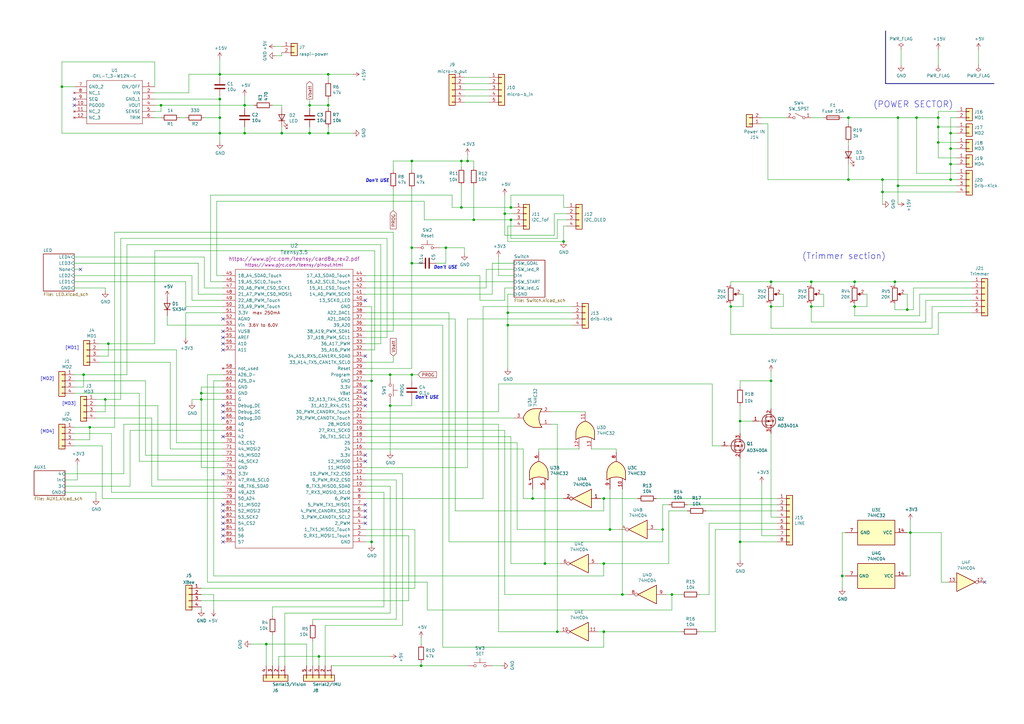
<source format=kicad_sch>
(kicad_sch (version 20211123) (generator eeschema)
  (paper "A3")
  (title_block (title "main board") (date "2022-01-02") (rev "V2.1") (company "Saeki.A"))
  (junction (at 90.17 40.64))
  (junction (at 332.74 125.73))
  (junction (at 43.18 163.83))
  (junction (at 228.6 259.08))
  (junction (at 271.78 217.17))
  (junction (at 372.11 127))
  (junction (at 209.55 90.17))
  (junction (at 361.95 78.74))
  (junction (at 250.19 217.17))
  (junction (at 209.55 85.09))
  (junction (at 389.89 54.61))
  (junction (at 172.72 273.05))
  (junction (at 168.91 107.95))
  (junction (at 82.55 161.29))
  (junction (at 82.55 163.83))
  (junction (at 389.89 67.31))
  (junction (at 168.91 66.04))
  (junction (at 66.04 43.18))
  (junction (at 275.59 243.84))
  (junction (at 247.65 259.08))
  (junction (at 247.65 231.14))
  (junction (at 368.3 76.2))
  (junction (at 134.62 54.61))
  (junction (at 299.72 125.73))
  (junction (at 134.62 43.18))
  (junction (at 134.62 30.48))
  (junction (at 152.4 222.25))
  (junction (at 191.77 66.04))
  (junction (at 303.53 222.25))
  (junction (at 375.92 48.26))
  (junction (at 208.28 133.35))
  (junction (at 332.74 115.57))
  (junction (at 361.95 73.66))
  (junction (at 207.01 87.63))
  (junction (at 115.57 54.61))
  (junction (at 208.28 128.27))
  (junction (at 100.33 54.61))
  (junction (at 255.27 243.84))
  (junction (at 218.44 204.47))
  (junction (at 345.44 236.22))
  (junction (at 373.38 218.44))
  (junction (at 303.53 172.72))
  (junction (at 368.3 48.26))
  (junction (at 316.23 115.57))
  (junction (at 130.81 269.24))
  (junction (at 247.65 204.47))
  (junction (at 231.14 99.06))
  (junction (at 168.91 153.67))
  (junction (at 223.52 231.14))
  (junction (at 389.89 60.96))
  (junction (at 316.23 156.21))
  (junction (at 160.02 153.67))
  (junction (at 34.29 153.67))
  (junction (at 384.81 52.07))
  (junction (at 109.22 264.16))
  (junction (at 44.45 140.97))
  (junction (at 168.91 101.6))
  (junction (at 100.33 43.18))
  (junction (at 367.03 115.57))
  (junction (at 189.23 66.04))
  (junction (at 90.17 30.48))
  (junction (at 350.52 115.57))
  (junction (at 189.23 85.09))
  (junction (at 194.31 90.17))
  (junction (at 152.4 156.21))
  (junction (at 384.81 58.42))
  (junction (at 389.89 73.66))
  (junction (at 127 54.61))
  (junction (at 160.02 166.37))
  (junction (at 90.17 54.61))
  (junction (at 316.23 125.73))
  (junction (at 347.98 73.66))
  (junction (at 384.81 48.26))
  (junction (at 25.4 35.56))
  (junction (at 350.52 125.73))
  (junction (at 347.98 48.26))
  (junction (at 90.17 48.26))
  (junction (at 36.83 175.26))
  (junction (at 182.88 101.6))
  (junction (at 127 43.18))
  (no_connect (at 30.48 40.64))
  (no_connect (at 149.86 158.75))
  (no_connect (at 91.44 212.09))
  (no_connect (at 91.44 166.37))
  (no_connect (at 91.44 140.97))
  (no_connect (at 91.44 209.55))
  (no_connect (at 403.86 238.76))
  (no_connect (at 149.86 207.01))
  (no_connect (at 149.86 163.83))
  (no_connect (at 91.44 171.45))
  (no_connect (at 91.44 214.63))
  (no_connect (at 149.86 123.19))
  (no_connect (at 91.44 222.25))
  (no_connect (at 149.86 166.37))
  (no_connect (at 91.44 207.01))
  (no_connect (at 91.44 138.43))
  (no_connect (at 91.44 130.81))
  (no_connect (at 149.86 161.29))
  (no_connect (at 149.86 146.05))
  (no_connect (at 33.02 110.49))
  (no_connect (at 149.86 186.69))
  (no_connect (at 91.44 217.17))
  (no_connect (at 149.86 189.23))
  (no_connect (at 91.44 168.91))
  (no_connect (at 91.44 135.89))
  (no_connect (at 149.86 212.09))
  (no_connect (at 149.86 214.63))
  (no_connect (at 91.44 179.07))
  (no_connect (at 91.44 194.31))
  (no_connect (at 91.44 143.51))
  (no_connect (at 91.44 219.71))
  (no_connect (at 30.48 43.18))
  (no_connect (at 149.86 209.55))
  (wire (pts (xy 254 217.17) (xy 250.19 217.17)))
  (wire (pts (xy 189.23 68.58) (xy 189.23 66.04)))
  (wire (pts (xy 25.4 35.56) (xy 25.4 54.61)))
  (wire (pts (xy 209.55 97.79) (xy 228.6 97.79)))
  (wire (pts (xy 149.86 115.57) (xy 210.82 115.57)))
  (wire (pts (xy 88.9 113.03) (xy 91.44 113.03)))
  (wire (pts (xy 30.48 115.57) (xy 76.2 115.57)))
  (wire (pts (xy 312.42 198.12) (xy 312.42 219.71)))
  (wire (pts (xy 90.17 24.13) (xy 90.17 30.48)))
  (wire (pts (xy 398.78 118.11) (xy 374.65 118.11)))
  (wire (pts (xy 63.5 48.26) (xy 66.04 48.26)))
  (wire (pts (xy 43.18 163.83) (xy 49.53 163.83)))
  (wire (pts (xy 228.6 259.08) (xy 229.87 259.08)))
  (wire (pts (xy 242.57 184.15) (xy 252.73 184.15)))
  (wire (pts (xy 389.89 60.96) (xy 389.89 67.31)))
  (wire (pts (xy 172.72 271.78) (xy 172.72 273.05)))
  (wire (pts (xy 185.42 80.01) (xy 185.42 85.09)))
  (wire (pts (xy 355.6 120.65) (xy 355.6 125.73)))
  (wire (pts (xy 274.32 209.55) (xy 281.94 209.55)))
  (wire (pts (xy 81.28 107.95) (xy 81.28 120.65)))
  (wire (pts (xy 227.33 87.63) (xy 232.41 87.63)))
  (wire (pts (xy 161.29 95.25) (xy 161.29 135.89)))
  (wire (pts (xy 189.23 66.04) (xy 191.77 66.04)))
  (wire (pts (xy 82.55 163.83) (xy 78.74 163.83)))
  (wire (pts (xy 220.98 184.15) (xy 220.98 185.42)))
  (wire (pts (xy 312.42 50.8) (xy 314.96 50.8)))
  (wire (pts (xy 274.32 209.55) (xy 274.32 231.14)))
  (wire (pts (xy 207.01 118.11) (xy 210.82 118.11)))
  (wire (pts (xy 109.22 273.05) (xy 109.22 264.16)))
  (wire (pts (xy 134.62 30.48) (xy 144.78 30.48)))
  (wire (pts (xy 209.55 231.14) (xy 223.52 231.14)))
  (wire (pts (xy 149.86 181.61) (xy 212.09 181.61)))
  (wire (pts (xy 170.18 217.17) (xy 170.18 241.3)))
  (wire (pts (xy 40.64 140.97) (xy 44.45 140.97)))
  (wire (pts (xy 372.11 218.44) (xy 373.38 218.44)))
  (wire (pts (xy 53.34 176.53) (xy 53.34 199.39)))
  (wire (pts (xy 149.86 179.07) (xy 209.55 179.07)))
  (wire (pts (xy 321.31 120.65) (xy 321.31 125.73)))
  (wire (pts (xy 57.15 189.23) (xy 91.44 189.23)))
  (wire (pts (xy 347.98 73.66) (xy 361.95 73.66)))
  (wire (pts (xy 208.28 128.27) (xy 234.95 128.27)))
  (wire (pts (xy 78.74 163.83) (xy 78.74 165.1)))
  (wire (pts (xy 87.63 243.84) (xy 87.63 250.19)))
  (wire (pts (xy 160.02 251.46) (xy 160.02 199.39)))
  (wire (pts (xy 292.1 182.88) (xy 292.1 157.48)))
  (wire (pts (xy 196.85 113.03) (xy 196.85 123.19)))
  (wire (pts (xy 43.18 163.83) (xy 43.18 168.91)))
  (wire (pts (xy 198.12 204.47) (xy 198.12 125.73)))
  (wire (pts (xy 30.48 156.21) (xy 59.69 156.21)))
  (wire (pts (xy 172.72 273.05) (xy 191.77 273.05)))
  (wire (pts (xy 182.88 107.95) (xy 182.88 101.6)))
  (wire (pts (xy 207.01 123.19) (xy 207.01 118.11)))
  (wire (pts (xy 377.19 120.65) (xy 377.19 129.54)))
  (wire (pts (xy 149.86 168.91) (xy 204.47 168.91)))
  (wire (pts (xy 168.91 166.37) (xy 160.02 166.37)))
  (wire (pts (xy 212.09 181.61) (xy 212.09 217.17)))
  (wire (pts (xy 165.1 256.54) (xy 165.1 194.31)))
  (wire (pts (xy 160.02 153.67) (xy 168.91 153.67)))
  (wire (pts (xy 184.15 222.25) (xy 271.78 222.25)))
  (wire (pts (xy 346.71 236.22) (xy 345.44 236.22)))
  (wire (pts (xy 382.27 125.73) (xy 382.27 134.62)))
  (wire (pts (xy 86.36 115.57) (xy 91.44 115.57)))
  (wire (pts (xy 304.8 125.73) (xy 299.72 125.73)))
  (wire (pts (xy 82.55 191.77) (xy 91.44 191.77)))
  (wire (pts (xy 368.3 83.82) (xy 368.3 76.2)))
  (wire (pts (xy 207.01 96.52) (xy 227.33 96.52)))
  (wire (pts (xy 350.52 129.54) (xy 350.52 125.73)))
  (wire (pts (xy 91.44 128.27) (xy 76.2 128.27)))
  (wire (pts (xy 384.81 52.07) (xy 384.81 58.42)))
  (wire (pts (xy 375.92 48.26) (xy 384.81 48.26)))
  (wire (pts (xy 168.91 153.67) (xy 168.91 156.21)))
  (wire (pts (xy 49.53 97.79) (xy 158.75 97.79)))
  (wire (pts (xy 26.67 196.85) (xy 31.75 196.85)))
  (wire (pts (xy 152.4 156.21) (xy 152.4 125.73)))
  (wire (pts (xy 368.3 48.26) (xy 375.92 48.26)))
  (wire (pts (xy 347.98 58.42) (xy 347.98 59.69)))
  (wire (pts (xy 149.86 118.11) (xy 199.39 118.11)))
  (wire (pts (xy 30.48 107.95) (xy 81.28 107.95)))
  (wire (pts (xy 345.44 236.22) (xy 345.44 241.3)))
  (wire (pts (xy 204.47 113.03) (xy 204.47 105.41)))
  (wire (pts (xy 182.88 101.6) (xy 190.5 101.6)))
  (wire (pts (xy 386.08 238.76) (xy 388.62 238.76)))
  (wire (pts (xy 250.19 200.66) (xy 250.19 217.17)))
  (wire (pts (xy 204.47 157.48) (xy 292.1 157.48)))
  (wire (pts (xy 314.96 50.8) (xy 314.96 73.66)))
  (wire (pts (xy 210.82 120.65) (xy 208.28 120.65)))
  (wire (pts (xy 389.89 73.66) (xy 392.43 73.66)))
  (wire (pts (xy 134.62 52.07) (xy 134.62 54.61)))
  (wire (pts (xy 90.17 48.26) (xy 90.17 54.61)))
  (wire (pts (xy 208.28 128.27) (xy 208.28 133.35)))
  (wire (pts (xy 134.62 30.48) (xy 134.62 33.02)))
  (wire (pts (xy 189.23 85.09) (xy 209.55 85.09)))
  (wire (pts (xy 90.17 54.61) (xy 100.33 54.61)))
  (wire (pts (xy 190.5 39.37) (xy 200.66 39.37)))
  (wire (pts (xy 214.63 184.15) (xy 214.63 204.47)))
  (wire (pts (xy 186.69 209.55) (xy 247.65 209.55)))
  (wire (pts (xy 389.89 67.31) (xy 392.43 67.31)))
  (wire (pts (xy 347.98 48.26) (xy 368.3 48.26)))
  (wire (pts (xy 40.64 146.05) (xy 44.45 146.05)))
  (wire (pts (xy 68.58 129.54) (xy 68.58 133.35)))
  (wire (pts (xy 63.5 102.87) (xy 63.5 140.97)))
  (wire (pts (xy 30.48 113.03) (xy 78.74 113.03)))
  (wire (pts (xy 191.77 63.5) (xy 191.77 66.04)))
  (wire (pts (xy 116.84 273.05) (xy 116.84 251.46)))
  (wire (pts (xy 173.99 90.17) (xy 194.31 90.17)))
  (wire (pts (xy 361.95 78.74) (xy 392.43 78.74)))
  (wire (pts (xy 30.48 175.26) (xy 36.83 175.26)))
  (wire (pts (xy 115.57 21.59) (xy 115.57 22.86)))
  (wire (pts (xy 247.65 265.43) (xy 247.65 259.08)))
  (wire (pts (xy 295.91 182.88) (xy 292.1 182.88)))
  (wire (pts (xy 127 44.45) (xy 127 43.18)))
  (wire (pts (xy 184.15 128.27) (xy 184.15 222.25)))
  (wire (pts (xy 30.48 180.34) (xy 36.83 180.34)))
  (wire (pts (xy 87.63 236.22) (xy 247.65 236.22)))
  (wire (pts (xy 209.55 179.07) (xy 209.55 231.14)))
  (wire (pts (xy 44.45 140.97) (xy 44.45 146.05)))
  (wire (pts (xy 134.62 54.61) (xy 144.78 54.61)))
  (wire (pts (xy 91.44 161.29) (xy 82.55 161.29)))
  (wire (pts (xy 204.47 168.91) (xy 204.47 157.48)))
  (wire (pts (xy 111.76 43.18) (xy 115.57 43.18)))
  (wire (pts (xy 30.48 158.75) (xy 34.29 158.75)))
  (wire (pts (xy 382.27 134.62) (xy 316.23 134.62)))
  (wire (pts (xy 209.55 85.09) (xy 210.82 85.09)))
  (wire (pts (xy 316.23 177.8) (xy 316.23 212.09)))
  (wire (pts (xy 72.39 143.51) (xy 72.39 181.61)))
  (wire (pts (xy 367.03 115.57) (xy 367.03 116.84)))
  (wire (pts (xy 332.74 115.57) (xy 332.74 116.84)))
  (wire (pts (xy 68.58 133.35) (xy 91.44 133.35)))
  (wire (pts (xy 299.72 125.73) (xy 299.72 124.46)))
  (wire (pts (xy 90.17 39.37) (xy 90.17 40.64)))
  (wire (pts (xy 204.47 259.08) (xy 228.6 259.08)))
  (wire (pts (xy 372.11 120.65) (xy 370.84 120.65)))
  (wire (pts (xy 194.31 76.2) (xy 194.31 90.17)))
  (wire (pts (xy 345.44 218.44) (xy 345.44 236.22)))
  (wire (pts (xy 73.66 48.26) (xy 76.2 48.26)))
  (wire (pts (xy 247.65 204.47) (xy 261.62 204.47)))
  (wire (pts (xy 78.74 123.19) (xy 91.44 123.19)))
  (wire (pts (xy 111.76 248.92) (xy 157.48 248.92)))
  (wire (pts (xy 316.23 115.57) (xy 332.74 115.57)))
  (wire (pts (xy 269.24 204.47) (xy 318.77 204.47)))
  (wire (pts (xy 299.72 137.16) (xy 384.81 137.16)))
  (wire (pts (xy 275.59 250.19) (xy 275.59 243.84)))
  (wire (pts (xy 245.11 231.14) (xy 247.65 231.14)))
  (wire (pts (xy 30.48 35.56) (xy 25.4 35.56)))
  (wire (pts (xy 293.37 217.17) (xy 293.37 259.08)))
  (wire (pts (xy 168.91 101.6) (xy 168.91 107.95)))
  (wire (pts (xy 367.03 115.57) (xy 398.78 115.57)))
  (wire (pts (xy 209.55 90.17) (xy 209.55 97.79)))
  (wire (pts (xy 156.21 140.97) (xy 149.86 140.97)))
  (wire (pts (xy 392.43 48.26) (xy 389.89 48.26)))
  (wire (pts (xy 223.52 200.66) (xy 223.52 231.14)))
  (wire (pts (xy 30.48 161.29) (xy 57.15 161.29)))
  (wire (pts (xy 25.4 54.61) (xy 90.17 54.61)))
  (wire (pts (xy 255.27 200.66) (xy 255.27 243.84)))
  (wire (pts (xy 190.5 34.29) (xy 200.66 34.29)))
  (wire (pts (xy 81.28 120.65) (xy 91.44 120.65)))
  (wire (pts (xy 314.96 73.66) (xy 347.98 73.66)))
  (wire (pts (xy 201.93 273.05) (xy 205.74 273.05)))
  (wire (pts (xy 168.91 163.83) (xy 168.91 166.37)))
  (wire (pts (xy 50.8 173.99) (xy 50.8 194.31)))
  (wire (pts (xy 218.44 204.47) (xy 214.63 204.47)))
  (wire (pts (xy 175.26 238.76) (xy 175.26 250.19)))
  (wire (pts (xy 91.44 158.75) (xy 82.55 158.75)))
  (wire (pts (xy 332.74 132.08) (xy 332.74 125.73)))
  (wire (pts (xy 69.85 184.15) (xy 91.44 184.15)))
  (wire (pts (xy 52.07 100.33) (xy 156.21 100.33)))
  (wire (pts (xy 100.33 43.18) (xy 100.33 44.45)))
  (wire (pts (xy 194.31 66.04) (xy 194.31 68.58)))
  (wire (pts (xy 127 54.61) (xy 134.62 54.61)))
  (wire (pts (xy 168.91 69.85) (xy 168.91 66.04)))
  (wire (pts (xy 318.77 214.63) (xy 290.83 214.63)))
  (wire (pts (xy 345.44 48.26) (xy 347.98 48.26)))
  (wire (pts (xy 39.37 163.83) (xy 43.18 163.83)))
  (wire (pts (xy 392.43 58.42) (xy 384.81 58.42)))
  (wire (pts (xy 41.91 204.47) (xy 91.44 204.47)))
  (wire (pts (xy 209.55 80.01) (xy 231.14 80.01)))
  (wire (pts (xy 160.02 153.67) (xy 160.02 154.94)))
  (wire (pts (xy 386.08 218.44) (xy 386.08 238.76)))
  (wire (pts (xy 181.61 133.35) (xy 181.61 265.43)))
  (wire (pts (xy 162.56 254) (xy 162.56 196.85)))
  (wire (pts (xy 88.9 82.55) (xy 88.9 113.03)))
  (wire (pts (xy 30.48 118.11) (xy 43.18 118.11)))
  (wire (pts (xy 384.81 64.77) (xy 384.81 58.42)))
  (wire (pts (xy 303.53 158.75) (xy 303.53 156.21)))
  (wire (pts (xy 90.17 30.48) (xy 134.62 30.48)))
  (wire (pts (xy 368.3 76.2) (xy 392.43 76.2)))
  (bus (pts (xy 363.22 34.29) (xy 407.67 34.29)))
  (wire (pts (xy 59.69 156.21) (xy 59.69 186.69)))
  (wire (pts (xy 86.36 80.01) (xy 185.42 80.01)))
  (wire (pts (xy 91.44 153.67) (xy 85.09 153.67)))
  (wire (pts (xy 350.52 125.73) (xy 350.52 124.46)))
  (wire (pts (xy 43.18 168.91) (xy 39.37 168.91)))
  (wire (pts (xy 384.81 20.32) (xy 384.81 26.67)))
  (wire (pts (xy 76.2 125.73) (xy 91.44 125.73)))
  (wire (pts (xy 82.55 246.38) (xy 167.64 246.38)))
  (wire (pts (xy 234.95 125.73) (xy 198.12 125.73)))
  (wire (pts (xy 231.14 85.09) (xy 232.41 85.09)))
  (wire (pts (xy 153.67 143.51) (xy 149.86 143.51)))
  (wire (pts (xy 290.83 243.84) (xy 287.02 243.84)))
  (wire (pts (xy 355.6 120.65) (xy 354.33 120.65)))
  (wire (pts (xy 318.77 212.09) (xy 316.23 212.09)))
  (wire (pts (xy 91.44 173.99) (xy 50.8 173.99)))
  (wire (pts (xy 134.62 43.18) (xy 134.62 44.45)))
  (wire (pts (xy 115.57 43.18) (xy 115.57 44.45)))
  (wire (pts (xy 160.02 165.1) (xy 160.02 166.37)))
  (wire (pts (xy 30.48 110.49) (xy 33.02 110.49)))
  (wire (pts (xy 207.01 243.84) (xy 255.27 243.84)))
  (wire (pts (xy 50.8 194.31) (xy 26.67 194.31)))
  (wire (pts (xy 63.5 40.64) (xy 90.17 40.64)))
  (wire (pts (xy 152.4 125.73) (xy 149.86 125.73)))
  (wire (pts (xy 39.37 166.37) (xy 64.77 166.37)))
  (wire (pts (xy 332.74 115.57) (xy 350.52 115.57)))
  (wire (pts (xy 384.81 128.27) (xy 384.81 137.16)))
  (wire (pts (xy 130.81 269.24) (xy 130.81 273.05)))
  (wire (pts (xy 168.91 66.04) (xy 189.23 66.04)))
  (wire (pts (xy 87.63 156.21) (xy 87.63 236.22)))
  (wire (pts (xy 149.86 217.17) (xy 170.18 217.17)))
  (wire (pts (xy 127 52.07) (xy 127 54.61)))
  (wire (pts (xy 91.44 156.21) (xy 87.63 156.21)))
  (wire (pts (xy 30.48 153.67) (xy 34.29 153.67)))
  (wire (pts (xy 346.71 218.44) (xy 345.44 218.44)))
  (wire (pts (xy 173.99 90.17) (xy 173.99 82.55)))
  (wire (pts (xy 379.73 132.08) (xy 332.74 132.08)))
  (wire (pts (xy 199.39 110.49) (xy 210.82 110.49)))
  (wire (pts (xy 100.33 54.61) (xy 115.57 54.61)))
  (wire (pts (xy 185.42 85.09) (xy 189.23 85.09)))
  (wire (pts (xy 384.81 52.07) (xy 392.43 52.07)))
  (wire (pts (xy 168.91 153.67) (xy 171.45 153.67)))
  (wire (pts (xy 196.85 123.19) (xy 207.01 123.19)))
  (wire (pts (xy 49.53 163.83) (xy 49.53 97.79)))
  (wire (pts (xy 149.86 204.47) (xy 198.12 204.47)))
  (wire (pts (xy 337.82 120.65) (xy 337.82 125.73)))
  (wire (pts (xy 173.99 82.55) (xy 88.9 82.55)))
  (wire (pts (xy 30.48 182.88) (xy 41.91 182.88)))
  (wire (pts (xy 76.2 115.57) (xy 76.2 125.73)))
  (wire (pts (xy 149.86 173.99) (xy 204.47 173.99)))
  (wire (pts (xy 86.36 80.01) (xy 86.36 115.57)))
  (wire (pts (xy 149.86 120.65) (xy 201.93 120.65)))
  (wire (pts (xy 250.19 217.17) (xy 212.09 217.17)))
  (wire (pts (xy 350.52 115.57) (xy 350.52 116.84)))
  (wire (pts (xy 165.1 194.31) (xy 149.86 194.31)))
  (wire (pts (xy 247.65 231.14) (xy 274.32 231.14)))
  (wire (pts (xy 161.29 69.85) (xy 161.29 66.04)))
  (wire (pts (xy 398.78 125.73) (xy 382.27 125.73)))
  (wire (pts (xy 204.47 173.99) (xy 204.47 259.08)))
  (wire (pts (xy 210.82 92.71) (xy 208.28 92.71)))
  (wire (pts (xy 231.14 99.06) (xy 231.14 92.71)))
  (wire (pts (xy 218.44 200.66) (xy 218.44 204.47)))
  (wire (pts (xy 100.33 39.37) (xy 100.33 43.18)))
  (wire (pts (xy 52.07 153.67) (xy 52.07 100.33)))
  (wire (pts (xy 299.72 115.57) (xy 316.23 115.57)))
  (wire (pts (xy 26.67 201.93) (xy 39.37 201.93)))
  (wire (pts (xy 149.86 156.21) (xy 152.4 156.21)))
  (wire (pts (xy 398.78 128.27) (xy 384.81 128.27)))
  (wire (pts (xy 316.23 152.4) (xy 316.23 156.21)))
  (wire (pts (xy 82.55 158.75) (xy 82.55 161.29)))
  (wire (pts (xy 279.4 259.08) (xy 247.65 259.08)))
  (wire (pts (xy 209.55 90.17) (xy 210.82 90.17)))
  (wire (pts (xy 69.85 148.59) (xy 69.85 184.15)))
  (wire (pts (xy 316.23 125.73) (xy 316.23 124.46)))
  (wire (pts (xy 115.57 52.07) (xy 115.57 54.61)))
  (wire (pts (xy 77.47 30.48) (xy 90.17 30.48)))
  (wire (pts (xy 149.86 148.59) (xy 161.29 148.59)))
  (wire (pts (xy 45.72 201.93) (xy 91.44 201.93)))
  (wire (pts (xy 373.38 218.44) (xy 386.08 218.44)))
  (wire (pts (xy 269.24 217.17) (xy 271.78 217.17)))
  (wire (pts (xy 318.77 217.17) (xy 293.37 217.17)))
  (wire (pts (xy 226.06 168.91) (xy 240.03 168.91)))
  (wire (pts (xy 66.04 43.18) (xy 100.33 43.18)))
  (wire (pts (xy 271.78 217.17) (xy 271.78 207.01)))
  (wire (pts (xy 31.75 196.85) (xy 31.75 190.5)))
  (wire (pts (xy 375.92 71.12) (xy 392.43 71.12)))
  (wire (pts (xy 128.27 273.05) (xy 128.27 262.89)))
  (wire (pts (xy 63.5 45.72) (xy 66.04 45.72)))
  (wire (pts (xy 337.82 120.65) (xy 336.55 120.65)))
  (wire (pts (xy 316.23 115.57) (xy 316.23 116.84)))
  (wire (pts (xy 281.94 207.01) (xy 318.77 207.01)))
  (wire (pts (xy 168.91 107.95) (xy 168.91 151.13)))
  (wire (pts (xy 246.38 204.47) (xy 247.65 204.47)))
  (wire (pts (xy 372.11 127) (xy 367.03 127)))
  (wire (pts (xy 63.5 43.18) (xy 66.04 43.18)))
  (wire (pts (xy 167.64 219.71) (xy 149.86 219.71)))
  (wire (pts (xy 227.33 87.63) (xy 227.33 96.52)))
  (wire (pts (xy 374.65 118.11) (xy 374.65 127)))
  (wire (pts (xy 279.4 243.84) (xy 275.59 243.84)))
  (wire (pts (xy 83.82 105.41) (xy 83.82 118.11)))
  (wire (pts (xy 168.91 101.6) (xy 170.18 101.6)))
  (wire (pts (xy 293.37 259.08) (xy 287.02 259.08)))
  (wire (pts (xy 201.93 120.65) (xy 201.93 107.95)))
  (wire (pts (xy 149.86 184.15) (xy 214.63 184.15)))
  (wire (pts (xy 36.83 175.26) (xy 46.99 175.26)))
  (wire (pts (xy 158.75 138.43) (xy 149.86 138.43)))
  (wire (pts (xy 62.23 171.45) (xy 62.23 199.39)))
  (wire (pts (xy 46.99 175.26) (xy 46.99 95.25)))
  (wire (pts (xy 149.86 133.35) (xy 181.61 133.35)))
  (wire (pts (xy 361.95 73.66) (xy 389.89 73.66)))
  (wire (pts (xy 190.5 31.75) (xy 200.66 31.75)))
  (wire (pts (xy 115.57 19.05) (xy 113.03 19.05)))
  (wire (pts (xy 304.8 120.65) (xy 304.8 125.73)))
  (wire (pts (xy 207.01 80.01) (xy 207.01 87.63)))
  (wire (pts (xy 161.29 148.59) (xy 161.29 146.05)))
  (wire (pts (xy 304.8 120.65) (xy 303.53 120.65)))
  (wire (pts (xy 389.89 67.31) (xy 389.89 73.66)))
  (wire (pts (xy 316.23 156.21) (xy 316.23 167.64)))
  (wire (pts (xy 231.14 204.47) (xy 218.44 204.47)))
  (wire (pts (xy 152.4 222.25) (xy 152.4 223.52)))
  (wire (pts (xy 40.64 143.51) (xy 72.39 143.51)))
  (wire (pts (xy 398.78 123.19) (xy 379.73 123.19)))
  (wire (pts (xy 85.09 238.76) (xy 175.26 238.76)))
  (wire (pts (xy 303.53 187.96) (xy 303.53 222.25)))
  (wire (pts (xy 171.45 107.95) (xy 168.91 107.95)))
  (wire (pts (xy 149.86 128.27) (xy 184.15 128.27)))
  (wire (pts (xy 91.44 163.83) (xy 82.55 163.83)))
  (wire (pts (xy 34.29 158.75) (xy 34.29 153.67)))
  (wire (pts (xy 374.65 127) (xy 372.11 127)))
  (wire (pts (xy 158.75 97.79) (xy 158.75 138.43)))
  (wire (pts (xy 115.57 54.61) (xy 127 54.61)))
  (wire (pts (xy 398.78 120.65) (xy 377.19 120.65)))
  (wire (pts (xy 303.53 222.25) (xy 318.77 222.25)))
  (wire (pts (xy 190.5 36.83) (xy 200.66 36.83)))
  (wire (pts (xy 401.32 20.32) (xy 401.32 26.67)))
  (wire (pts (xy 208.28 99.06) (xy 231.14 99.06)))
  (wire (pts (xy 191.77 130.81) (xy 191.77 191.77)))
  (wire (pts (xy 168.91 66.04) (xy 161.29 66.04)))
  (wire (pts (xy 156.21 100.33) (xy 156.21 140.97)))
  (wire (pts (xy 82.55 250.19) (xy 82.55 248.92)))
  (wire (pts (xy 128.27 255.27) (xy 128.27 254)))
  (wire (pts (xy 30.48 177.8) (xy 45.72 177.8)))
  (wire (pts (xy 53.34 199.39) (xy 26.67 199.39)))
  (wire (pts (xy 30.48 105.41) (xy 83.82 105.41)))
  (wire (pts (xy 76.2 128.27) (xy 76.2 138.43)))
  (wire (pts (xy 64.77 166.37) (xy 64.77 196.85)))
  (wire (pts (xy 153.67 102.87) (xy 153.67 143.51)))
  (wire (pts (xy 134.62 40.64) (xy 134.62 43.18)))
  (wire (pts (xy 229.87 231.14) (xy 223.52 231.14)))
  (wire (pts (xy 303.53 222.25) (xy 303.53 229.87)))
  (wire (pts (xy 303.53 156.21) (xy 316.23 156.21)))
  (wire (pts (xy 373.38 218.44) (xy 373.38 236.22)))
  (wire (pts (xy 82.55 163.83) (xy 82.55 191.77)))
  (wire (pts (xy 303.53 172.72) (xy 308.61 172.72)))
  (wire (pts (xy 355.6 125.73) (xy 350.52 125.73)))
  (wire (pts (xy 64.77 196.85) (xy 91.44 196.85)))
  (wire (pts (xy 208.28 120.65) (xy 208.28 128.27)))
  (wire (pts (xy 347.98 48.26) (xy 347.98 50.8)))
  (wire (pts (xy 25.4 25.4) (xy 25.4 35.56)))
  (wire (pts (xy 255.27 243.84) (xy 257.81 243.84)))
  (wire (pts (xy 161.29 77.47) (xy 161.29 86.36)))
  (wire (pts (xy 162.56 196.85) (xy 149.86 196.85)))
  (wire (pts (xy 368.3 76.2) (xy 368.3 48.26)))
  (wire (pts (xy 152.4 222.25) (xy 152.4 156.21)))
  (wire (pts (xy 63.5 102.87) (xy 153.67 102.87)))
  (wire (pts (xy 392.43 45.72) (xy 384.81 45.72)))
  (wire (pts (xy 208.28 92.71) (xy 208.28 99.06)))
  (wire (pts (xy 46.99 95.25) (xy 161.29 95.25)))
  (wire (pts (xy 179.07 107.95) (xy 182.88 107.95)))
  (wire (pts (xy 228.6 173.99) (xy 228.6 259.08)))
  (wire (pts (xy 39.37 201.93) (xy 39.37 204.47)))
  (wire (pts (xy 45.72 177.8) (xy 45.72 201.93)))
  (wire (pts (xy 190.5 41.91) (xy 200.66 41.91)))
  (wire (pts (xy 379.73 123.19) (xy 379.73 132.08)))
  (wire (pts (xy 100.33 52.07) (xy 100.33 54.61)))
  (wire (pts (xy 312.42 48.26) (xy 322.58 48.26)))
  (wire (pts (xy 172.72 261.62) (xy 172.72 264.16)))
  (wire (pts (xy 303.53 166.37) (xy 303.53 172.72)))
  (bus (pts (xy 363.22 12.7) (xy 363.22 34.29)))
  (wire (pts (xy 90.17 54.61) (xy 90.17 58.42)))
  (wire (pts (xy 209.55 85.09) (xy 209.55 80.01)))
  (wire (pts (xy 85.09 153.67) (xy 85.09 238.76)))
  (wire (pts (xy 149.86 113.03) (xy 196.85 113.03)))
  (wire (pts (xy 201.93 107.95) (xy 210.82 107.95)))
  (wire (pts (xy 157.48 201.93) (xy 149.86 201.93)))
  (wire (pts (xy 34.29 153.67) (xy 52.07 153.67)))
  (wire (pts (xy 127 43.18) (xy 134.62 43.18)))
  (wire (pts (xy 66.04 45.72) (xy 66.04 43.18)))
  (wire (pts (xy 384.81 48.26) (xy 384.81 52.07)))
  (wire (pts (xy 125.73 273.05) (xy 125.73 264.16)))
  (wire (pts (xy 389.89 54.61) (xy 392.43 54.61)))
  (wire (pts (xy 130.81 269.24) (xy 114.3 269.24)))
  (wire (pts (xy 39.37 171.45) (xy 62.23 171.45)))
  (wire (pts (xy 62.23 199.39) (xy 91.44 199.39)))
  (wire (pts (xy 207.01 176.53) (xy 207.01 243.84)))
  (wire (pts (xy 114.3 269.24) (xy 114.3 273.05)))
  (wire (pts (xy 109.22 264.16) (xy 102.87 264.16)))
  (wire (pts (xy 175.26 250.19) (xy 275.59 250.19)))
  (wire (pts (xy 160.02 199.39) (xy 149.86 199.39)))
  (wire (pts (xy 40.64 148.59) (xy 69.85 148.59)))
  (wire (pts (xy 210.82 113.03) (xy 204.47 113.03)))
  (wire (pts (xy 125.73 264.16) (xy 109.22 264.16)))
  (wire (pts (xy 289.56 209.55) (xy 318.77 209.55)))
  (wire (pts (xy 135.89 273.05) (xy 172.72 273.05)))
  (wire (pts (xy 57.15 161.29) (xy 57.15 189.23)))
  (wire (pts (xy 252.73 184.15) (xy 252.73 185.42)))
  (wire (pts (xy 226.06 173.99) (xy 228.6 173.99)))
  (wire (pts (xy 189.23 76.2) (xy 189.23 85.09)))
  (wire (pts (xy 82.55 161.29) (xy 82.55 163.83)))
  (wire (pts (xy 332.74 48.26) (xy 337.82 48.26)))
  (wire (pts (xy 83.82 118.11) (xy 91.44 118.11)))
  (wire (pts (xy 247.65 259.08) (xy 245.11 259.08)))
  (wire (pts (xy 111.76 260.35) (xy 111.76 273.05)))
  (wire (pts (xy 116.84 251.46) (xy 160.02 251.46)))
  (wire (pts (xy 180.34 101.6) (xy 182.88 101.6)))
  (wire (pts (xy 271.78 207.01) (xy 274.32 207.01)))
  (wire (pts (xy 384.81 45.72) (xy 384.81 48.26)))
  (wire (pts (xy 43.18 118.11) (xy 43.18 119.38)))
  (wire (pts (xy 275.59 243.84) (xy 273.05 243.84)))
  (wire (pts (xy 377.19 129.54) (xy 350.52 129.54)))
  (wire (pts (xy 111.76 248.92) (xy 111.76 252.73)))
  (wire (pts (xy 290.83 214.63) (xy 290.83 243.84)))
  (wire (pts (xy 369.57 20.32) (xy 369.57 26.67)))
  (wire (pts (xy 207.01 87.63) (xy 207.01 96.52)))
  (wire (pts (xy 59.69 186.69) (xy 91.44 186.69)))
  (wire (pts (xy 82.55 243.84) (xy 87.63 243.84)))
  (wire (pts (xy 299.72 137.16) (xy 299.72 125.73)))
  (wire (pts (xy 149.86 171.45) (xy 210.82 171.45)))
  (wire (pts (xy 375.92 48.26) (xy 375.92 71.12)))
  (wire (pts (xy 389.89 48.26) (xy 389.89 54.61)))
  (wire (pts (xy 186.69 130.81) (xy 186.69 209.55)))
  (wire (pts (xy 321.31 120.65) (xy 320.04 120.65)))
  (wire (pts (xy 228.6 90.17) (xy 232.41 90.17)))
  (wire (pts (xy 83.82 48.26) (xy 90.17 48.26)))
  (wire (pts (xy 194.31 90.17) (xy 209.55 90.17)))
  (wire (pts (xy 299.72 115.57) (xy 299.72 116.84)))
  (wire (pts (xy 332.74 125.73) (xy 332.74 124.46)))
  (wire (pts (xy 149.86 153.67) (xy 160.02 153.67)))
  (wire (pts (xy 63.5 35.56) (xy 63.5 25.4)))
  (wire (pts (xy 63.5 25.4) (xy 25.4 25.4)))
  (wire (pts (xy 127 40.64) (xy 127 43.18)))
  (wire (pts (xy 72.39 181.61) (xy 91.44 181.61)))
  (wire (pts (xy 347.98 67.31) (xy 347.98 73.66)))
  (wire (pts (xy 115.57 22.86) (xy 113.03 22.86)))
  (wire (pts (xy 130.81 269.24) (xy 160.02 269.24)))
  (wire (pts (xy 191.77 66.04) (xy 194.31 66.04)))
  (wire (pts (xy 373.38 218.44) (xy 373.38 213.36)))
  (wire (pts (xy 128.27 254) (xy 162.56 254)))
  (wire (pts (xy 190.5 101.6) (xy 190.5 104.14)))
  (wire (pts (xy 247.65 209.55) (xy 247.65 204.47)))
  (wire (pts (xy 207.01 87.63) (xy 210.82 87.63)))
  (wire (pts (xy 372.11 120.65) (xy 372.11 127)))
  (wire (pts (xy 208.28 133.35) (xy 208.28 151.13)))
  (wire (pts (xy 350.52 115.57) (xy 367.03 115.57)))
  (wire (pts (xy 231.14 80.01) (xy 231.14 85.09)))
  (wire (pts (xy 208.28 133.35) (xy 234.95 133.35)))
  (wire (pts (xy 160.02 166.37) (xy 160.02 185.42)))
  (wire (pts (xy 373.38 236.22) (xy 372.11 236.22)))
  (wire (pts (xy 63.5 38.1) (xy 77.47 38.1)))
  (wire (pts (xy 303.53 172.72) (xy 303.53 177.8)))
  (wire (pts (xy 149.86 176.53) (xy 207.01 176.53)))
  (wire (pts (xy 337.82 125.73) (xy 332.74 125.73)))
  (wire (pts (xy 149.86 222.25) (xy 152.4 222.25)))
  (wire (pts (xy 36.83 180.34) (xy 36.83 175.26)))
  (wire (pts (xy 167.64 219.71) (xy 167.64 246.38)))
  (wire (pts (xy 133.35 256.54) (xy 165.1 256.54)))
  (wire (pts (xy 312.42 219.71) (xy 318.77 219.71)))
  (wire (pts (xy 361.95 78.74) (xy 361.95 73.66)))
  (wire (pts (xy 168.91 151.13) (xy 149.86 151.13)))
  (wire (pts (xy 228.6 90.17) (xy 228.6 97.79)))
  (wire (pts (xy 41.91 182.88) (xy 41.91 204.47)))
  (wire (pts (xy 133.35 256.54) (xy 133.35 273.05)))
  (wire (pts (xy 82.55 241.3) (xy 170.18 241.3)))
  (wire (pts (xy 389.89 54.61) (xy 389.89 60.96)))
  (wire (pts (xy 91.44 176.53) (xy 53.34 176.53)))
  (wire (pts (xy 389.89 60.96) (xy 392.43 60.96)))
  (wire (pts (xy 161.29 135.89) (xy 149.86 135.89)))
  (wire (pts (xy 237.49 184.15) (xy 220.98 184.15)))
  (wire (pts (xy 231.14 92.71) (xy 232.41 92.71)))
  (wire (pts (xy 90.17 40.64) (xy 90.17 48.26)))
  (wire (pts (xy 316.23 134.62) (xy 316.23 125.73)))
  (wire (pts (xy 247.65 236.22) (xy 247.65 231.14)))
  (wire (pts (xy 100.33 43.18) (xy 104.14 43.18)))
  (wire (pts (xy 157.48 248.92) (xy 157.48 201.93)))
  (wire (pts (xy 63.5 140.97) (xy 44.45 140.97)))
  (wire (pts (xy 199.39 118.11) (xy 199.39 110.49)))
  (wire (pts (xy 321.31 125.73) (xy 316.23 125.73)))
  (wire (pts (xy 392.43 64.77) (xy 384.81 64.77)))
  (wire (pts (xy 271.78 222.25) (xy 271.78 217.17)))
  (wire (pts (xy 361.95 83.82) (xy 361.95 78.74)))
  (wire (pts (xy 234.95 130.81) (xy 191.77 130.81)))
  (wire (pts (xy 149.86 130.81) (xy 186.69 130.81)))
  (wire (pts (xy 90.17 31.75) (xy 90.17 30.48)))
  (wire (pts (xy 77.47 30.48) (xy 77.47 38.1)))
  (wire (pts (xy 181.61 265.43) (xy 247.65 265.43)))
  (wire (pts (xy 367.03 127) (xy 367.03 124.46)))
  (wire (pts (xy 168.91 77.47) (xy 168.91 101.6)))
  (wire (pts (xy 78.74 113.03) (xy 78.74 123.19)))
  (wire (pts (xy 191.77 191.77) (xy 149.86 191.77)))
  (text "(POWER SECTOR)" (at 358.14 44.45 0) (effects (font (size 2.54 2.54)) (justify left bottom)))
  (text "(Trimmer section)" (at 328.93 106.68 0) (effects (font (size 2.54 2.54)) (justify left bottom)))
  (text "Don't USE" (at 170.18 163.83 0) (effects (font (size 1.27 1.27) (thickness 0.254) bold italic) (justify left bottom)))
  (text "[MD3]" (at 25.4 166.37 0) (effects (font (size 1.27 1.27)) (justify left bottom)))
  (text "[MD2]" (at 16.51 156.21 0) (effects (font (size 1.27 1.27)) (justify left bottom)))
  (text "Don't USE" (at 177.8 110.49 0) (effects (font (size 1.27 1.27) (thickness 0.254) bold italic) (justify left bottom)))
  (text "[MD1]" (at 26.67 143.51 0) (effects (font (size 1.27 1.27)) (justify left bottom)))
  (text "Don't USE" (at 149.86 74.93 0) (effects (font (size 1.27 1.27) (thickness 0.254) bold italic) (justify left bottom)))
  (text "[MD4]" (at 16.51 177.8 0) (effects (font (size 1.27 1.27)) (justify left bottom)))
  (global_label "Vbatt" (shape input) (at 161.29 146.05 90) (property "Intersheet References" "${INTERSHEET_REFS}" (effects hide)))
  (global_label "PROG" (shape input) (at 161.29 86.36 270) (property "Intersheet References" "${INTERSHEET_REFS}" (effects hide)))
  (global_label "PROG" (shape input) (at 171.45 153.67 0) (property "Intersheet References" "${INTERSHEET_REFS}" (effects hide)))
  (global_label "Vbatt" (shape output) (at 127 40.64 90) (property "Intersheet References" "${INTERSHEET_REFS}" (effects hide)))
  (symbol (lib_id "0.main.mega:C") (at 90.17 35.56 0) (unit 1)
    (property "Reference" "C1" (at 93.091 34.3916 0) (effects (justify left)))
    (property "Value" "10u" (at 93.091 36.703 0) (effects (justify left)))
    (property "Footprint" "Capacitor_SMD:C_0603_1608Metric_Pad1.08x0.95mm_HandSolder" (effects hide))
  )
  (symbol (lib_id "0.main.mega:C") (at 100.33 48.26 0) (unit 1)
    (property "Reference" "C2" (at 103.251 47.0916 0) (effects (justify left)))
    (property "Value" "10u" (at 103.251 49.403 0) (effects (justify left)))
    (property "Footprint" "Capacitor_SMD:C_0603_1608Metric_Pad1.08x0.95mm_HandSolder" (effects hide))
  )
  (symbol (lib_id "0.main.mega:OKL-T_6-W12N-C") (at 63.5 35.56 0) (mirror y) (unit 1)
    (property "Reference" "U1" (at 46.99 28.829 0))
    (property "Value" "OKL-T_3-W12N-C" (at 46.99 31.1404 0))
    (property "Footprint" "0.main.robot:OKL-T3-W12N-C" (effects hide))
    (property "Description" "MURATA POWER SOLUTIONS - OKL-T/6-W12N-C - DC/DC CONVERTER, 30W, ADJ OUTPUT" (effects hide))
    (property "Manufacturer_Name" "Murata Electronics" (effects hide))
    (property "Manufacturer_Part_Number" "OKL-T/6-W12N-C" (effects hide))
    (property "Mouser Part Number" "580-OKL-T/6-W12N-C" (effects hide))
    (property "Mouser Price/Stock" "https://www.mouser.com/Search/Refine.aspx?Keyword=580-OKL-T%2F6-W12N-C" (effects hide))
    (property "RS Part Number" "1736944P" (effects hide))
    (property "RS Price/Stock" "http://uk.rs-online.com/web/p/products/1736944P" (effects hide))
  )
  (symbol (lib_id "power:+5V") (at 316.23 152.4 0) (unit 1)
    (property "Reference" "#PWR030" (effects hide))
    (property "Value" "+5V" (at 316.611 148.0058 0))
  )
  (symbol (lib_id "power:GND") (at 303.53 229.87 0) (unit 1)
    (property "Reference" "#PWR028" (effects hide))
    (property "Value" "GND" (at 303.657 234.2642 0))
  )
  (symbol (lib_id "0.main.mega:Conn_01x04") (at 215.9 87.63 0) (unit 1)
    (property "Reference" "J11" (at 217.932 87.8332 0) (effects (justify left)))
    (property "Value" "I2C_ToF" (at 217.932 90.1446 0) (effects (justify left)))
    (property "Footprint" "0.main.robot:JSTS4B-ZRLFSN" (effects hide))
  )
  (symbol (lib_id "0.main.mega:R") (at 189.23 72.39 0) (unit 1)
    (property "Reference" "R11" (at 184.15 71.12 0) (effects (justify left)))
    (property "Value" "10k" (at 184.15 73.66 0) (effects (justify left)))
    (property "Footprint" "Resistor_SMD:R_0603_1608Metric_Pad0.98x0.95mm_HandSolder" (effects hide))
  )
  (symbol (lib_id "0.main.mega:R") (at 194.31 72.39 0) (unit 1)
    (property "Reference" "R12" (at 196.088 71.2216 0) (effects (justify left)))
    (property "Value" "10k" (at 196.088 73.533 0) (effects (justify left)))
    (property "Footprint" "Resistor_SMD:R_0603_1608Metric_Pad0.98x0.95mm_HandSolder" (effects hide))
  )
  (symbol (lib_id "power:GND") (at 102.87 264.16 270) (unit 1)
    (property "Reference" "#PWR012" (effects hide))
    (property "Value" "GND" (at 98.4758 264.287 0))
  )
  (symbol (lib_id "power:GND") (at 345.44 241.3 0) (unit 1)
    (property "Reference" "#PWR031" (effects hide))
    (property "Value" "GND" (at 345.567 245.6942 0))
  )
  (symbol (lib_id "Diode:1N4001") (at 68.58 125.73 90) (unit 1)
    (property "Reference" "D1" (at 70.5866 124.5616 90) (effects (justify right)))
    (property "Value" "SX34F" (at 70.5866 126.873 90) (effects (justify right)))
    (property "Footprint" "Diode_SMD:D_SMA" (effects hide))
    (property "Datasheet" "http://www.vishay.com/docs/88503/1n4001.pdf" (effects hide))
  )
  (symbol (lib_id "power:+5V") (at 68.58 121.92 0) (unit 1)
    (property "Reference" "#PWR04" (effects hide))
    (property "Value" "+5V" (at 68.961 117.5258 0))
  )
  (symbol (lib_id "0.main.mega:R") (at 69.85 48.26 270) (unit 1)
    (property "Reference" "R1" (at 69.85 50.8 90))
    (property "Value" "1k" (at 69.85 45.3136 90))
    (property "Footprint" "Resistor_THT:R_Axial_DIN0204_L3.6mm_D1.6mm_P5.08mm_Horizontal" (effects hide))
  )
  (symbol (lib_id "0.main.mega:R") (at 80.01 48.26 270) (unit 1)
    (property "Reference" "R2" (at 80.01 50.8 90))
    (property "Value" "330" (at 80.01 45.3136 90))
    (property "Footprint" "Resistor_THT:R_Axial_DIN0204_L3.6mm_D1.6mm_P5.08mm_Horizontal" (effects hide))
  )
  (symbol (lib_id "power:GND") (at 90.17 58.42 0) (unit 1)
    (property "Reference" "#PWR010" (effects hide))
    (property "Value" "GND" (at 90.297 62.8142 0))
  )
  (symbol (lib_id "0.main.mega:R") (at 107.95 43.18 90) (unit 1)
    (property "Reference" "R3" (at 106.7816 41.402 0) (effects (justify left)))
    (property "Value" "470" (at 109.093 41.402 0) (effects (justify left)))
    (property "Footprint" "Resistor_SMD:R_0603_1608Metric_Pad0.98x0.95mm_HandSolder" (effects hide))
  )
  (symbol (lib_id "power:+5V") (at 100.33 39.37 0) (unit 1)
    (property "Reference" "#PWR011" (effects hide))
    (property "Value" "+5V" (at 100.711 34.9758 0))
  )
  (symbol (lib_id "Connector_Generic:Conn_01x05") (at 130.81 278.13 270) (unit 1)
    (property "Reference" "J8" (at 128.27 283.21 90) (effects (justify left)))
    (property "Value" "Serial2/IMU" (at 128.27 280.67 90) (effects (justify left)))
    (property "Footprint" "Connector_PinSocket_2.54mm:PinSocket_1x05_P2.54mm_Vertical" (effects hide))
  )
  (symbol (lib_id "power:+5V") (at 207.01 80.01 0) (unit 1)
    (property "Reference" "#PWR025" (effects hide))
    (property "Value" "+5V" (at 207.391 75.6158 0))
  )
  (symbol (lib_id "0.main.mega:Conn_01x04") (at 114.3 278.13 270) (unit 1)
    (property "Reference" "J6" (at 111.76 283.21 90) (effects (justify left)))
    (property "Value" "Serial3/Vision" (at 111.76 280.67 90) (effects (justify left)))
    (property "Footprint" "0.main.robot:JSTB4B-ZR" (effects hide))
  )
  (symbol (lib_id "power:+5V") (at 401.32 20.32 0) (unit 1)
    (property "Reference" "#PWR037" (effects hide))
    (property "Value" "+5V" (at 401.701 15.9258 0))
  )
  (symbol (lib_id "power:GND") (at 369.57 26.67 0) (unit 1)
    (property "Reference" "#PWR034" (effects hide))
    (property "Value" "GND" (at 369.697 31.0642 0))
  )
  (symbol (lib_id "power:PWR_FLAG") (at 369.57 20.32 0) (unit 1)
    (property "Reference" "#FLG01" (effects hide))
    (property "Value" "PWR_FLAG" (at 369.57 15.9258 0))
  )
  (symbol (lib_id "power:PWR_FLAG") (at 401.32 26.67 180) (unit 1)
    (property "Reference" "#FLG03" (effects hide))
    (property "Value" "PWR_FLAG" (at 401.32 31.0642 0))
  )
  (symbol (lib_id "74xx:74LS32") (at 218.44 171.45 180) (unit 1)
    (property "Reference" "U3" (at 217.2716 166.878 90) (effects (justify right)))
    (property "Value" "74HC32" (at 219.583 166.878 90) (effects (justify right)))
    (property "Footprint" "0.main.robot:SOP14W" (effects hide))
    (property "Datasheet" "http://www.ti.com/lit/gpn/sn74LS32" (effects hide))
  )
  (symbol (lib_id "74xx:74LS32") (at 220.98 193.04 90) (unit 2)
    (property "Reference" "U3" (at 225.552 191.8716 90) (effects (justify right)))
    (property "Value" "74HC32" (at 225.552 194.183 90) (effects (justify right)))
    (property "Footprint" "0.main.robot:SOP14W" (effects hide))
    (property "Datasheet" "http://www.ti.com/lit/gpn/sn74LS32" (effects hide))
  )
  (symbol (lib_id "74xx:74LS32") (at 252.73 193.04 90) (unit 3)
    (property "Reference" "U3" (at 257.302 191.8716 90) (effects (justify right)))
    (property "Value" "74HC32" (at 257.302 194.183 90) (effects (justify right)))
    (property "Footprint" "0.main.robot:SOP14W" (effects hide))
    (property "Datasheet" "http://www.ti.com/lit/gpn/sn74LS32" (effects hide))
  )
  (symbol (lib_id "0.main.mega:R") (at 134.62 48.26 0) (unit 1)
    (property "Reference" "R7" (at 136.398 47.0916 0) (effects (justify left)))
    (property "Value" "10k" (at 136.398 49.403 0) (effects (justify left)))
    (property "Footprint" "Resistor_SMD:R_0603_1608Metric_Pad0.98x0.95mm_HandSolder" (effects hide))
  )
  (symbol (lib_id "0.main.mega:R") (at 134.62 36.83 0) (unit 1)
    (property "Reference" "R6" (at 136.398 35.6616 0) (effects (justify left)))
    (property "Value" "47k" (at 136.398 37.973 0) (effects (justify left)))
    (property "Footprint" "Resistor_SMD:R_0603_1608Metric_Pad0.98x0.95mm_HandSolder" (effects hide))
  )
  (symbol (lib_id "0.main.mega:C") (at 127 48.26 0) (unit 1)
    (property "Reference" "C3" (at 129.921 47.0916 0) (effects (justify left)))
    (property "Value" "10u" (at 129.921 49.403 0) (effects (justify left)))
    (property "Footprint" "Capacitor_SMD:C_0603_1608Metric_Pad1.08x0.95mm_HandSolder" (effects hide))
  )
  (symbol (lib_id "0.main.mega:Conn_01x04") (at 237.49 87.63 0) (unit 1)
    (property "Reference" "J12" (at 239.522 87.8332 0) (effects (justify left)))
    (property "Value" "I2C_OLED" (at 239.522 90.1446 0) (effects (justify left)))
    (property "Footprint" "0.main.robot:OLED" (effects hide))
  )
  (symbol (lib_id "Switch:SW_Push") (at 175.26 101.6 0) (unit 1)
    (property "Reference" "SW2" (at 175.26 94.361 0))
    (property "Value" "Reset" (at 175.26 96.6724 0))
    (property "Footprint" "0.main.robot:THAU13-AB-R" (effects hide))
  )
  (symbol (lib_id "74xx:74HC04") (at 238.76 204.47 0) (mirror y) (unit 1)
    (property "Reference" "U4" (at 238.76 196.4182 0))
    (property "Value" "74HC04" (at 238.76 198.7296 0))
    (property "Footprint" "0.main.robot:SOP14W" (effects hide))
    (property "Datasheet" "https://assets.nexperia.com/documents/data-sheet/74HC_HCT04.pdf" (effects hide))
  )
  (symbol (lib_id "74xx:74HC04") (at 261.62 217.17 0) (mirror y) (unit 2)
    (property "Reference" "U4" (at 261.62 209.1182 0))
    (property "Value" "74HC04" (at 261.62 211.4296 0))
    (property "Footprint" "0.main.robot:SOP14W" (effects hide))
    (property "Datasheet" "https://assets.nexperia.com/documents/data-sheet/74HC_HCT04.pdf" (effects hide))
  )
  (symbol (lib_id "74xx:74HC04") (at 237.49 231.14 0) (mirror y) (unit 3)
    (property "Reference" "U4" (at 237.49 223.0882 0))
    (property "Value" "74HC04" (at 237.49 225.3996 0))
    (property "Footprint" "0.main.robot:SOP14W" (effects hide))
    (property "Datasheet" "https://assets.nexperia.com/documents/data-sheet/74HC_HCT04.pdf" (effects hide))
  )
  (symbol (lib_id "74xx:74HC04") (at 265.43 243.84 0) (mirror y) (unit 4)
    (property "Reference" "U4" (at 265.43 235.7882 0))
    (property "Value" "74HC04" (at 265.43 238.0996 0))
    (property "Footprint" "0.main.robot:SOP14W" (effects hide))
    (property "Datasheet" "https://assets.nexperia.com/documents/data-sheet/74HC_HCT04.pdf" (effects hide))
  )
  (symbol (lib_id "74xx:74HC04") (at 359.41 236.22 270) (unit 7)
    (property "Reference" "U4" (at 359.41 226.8982 90))
    (property "Value" "74HC04" (at 359.41 229.2096 90))
    (property "Footprint" "0.main.robot:SOP14W" (effects hide))
    (property "Datasheet" "https://assets.nexperia.com/documents/data-sheet/74HC_HCT04.pdf" (effects hide))
  )
  (symbol (lib_id "power:GND") (at 190.5 104.14 0) (unit 1)
    (property "Reference" "#PWR021" (effects hide))
    (property "Value" "GND" (at 190.627 108.5342 0))
  )
  (symbol (lib_id "74xx:74HC04") (at 396.24 238.76 0) (unit 6)
    (property "Reference" "U4" (at 396.24 230.7082 0))
    (property "Value" "74HC04" (at 396.24 233.0196 0))
    (property "Footprint" "0.main.robot:SOP14W" (effects hide))
    (property "Datasheet" "https://assets.nexperia.com/documents/data-sheet/74HC_HCT04.pdf" (effects hide))
  )
  (symbol (lib_id "74xx:74HC04") (at 237.49 259.08 0) (mirror y) (unit 5)
    (property "Reference" "U4" (at 237.49 251.0282 0))
    (property "Value" "74HC04" (at 237.49 253.3396 0))
    (property "Footprint" "0.main.robot:SOP14W" (effects hide))
    (property "Datasheet" "https://assets.nexperia.com/documents/data-sheet/74HC_HCT04.pdf" (effects hide))
  )
  (symbol (lib_id "74xx:74LS32") (at 240.03 176.53 90) (unit 4)
    (property "Reference" "U3" (at 244.602 175.3616 90) (effects (justify right)))
    (property "Value" "74HC32" (at 244.602 177.673 90) (effects (justify right)))
    (property "Footprint" "0.main.robot:SOP14W" (effects hide))
    (property "Datasheet" "http://www.ti.com/lit/gpn/sn74LS32" (effects hide))
  )
  (symbol (lib_id "teensy:Teensy3.5") (at 120.65 167.64 180) (unit 1)
    (property "Reference" "U2" (at 120.65 100.7618 0) (effects (font (size 1.524 1.524))))
    (property "Value" "Teensy3.5" (at 120.65 103.4542 0) (effects (font (size 1.524 1.524))))
    (property "Footprint" "0.main.robot:Teensy35_36_x" (effects hide))
    (property "Datasheet" "https://www.pjrc.com/teensy/card8a_rev2.pdf" (at 120.65 106.1466 0) (effects (font (size 1.524 1.524))))
    (property "Pinouts" "https://www.pjrc.com/teensy/pinout.html" (at 120.65 108.6358 0))
  )
  (symbol (lib_id "Connector_Generic:Conn_01x04") (at 25.4 156.21 0) (mirror y) (unit 1)
    (property "Reference" "J1" (at 27.4828 148.1582 0))
    (property "Value" "MD2" (at 27.4828 150.4696 0))
    (property "Footprint" "0.main.robot:JSTS4B-ZRLFSN" (effects hide))
  )
  (symbol (lib_id "Connector_Generic:Conn_01x04") (at 34.29 166.37 0) (mirror y) (unit 1)
    (property "Reference" "J3" (at 36.3728 158.3182 0))
    (property "Value" "MD3" (at 36.3728 160.6296 0))
    (property "Footprint" "0.main.robot:JSTS4B-ZRLFSN" (effects hide))
  )
  (symbol (lib_id "Connector_Generic:Conn_01x04") (at 35.56 143.51 0) (mirror y) (unit 1)
    (property "Reference" "J4" (at 37.6428 135.4582 0))
    (property "Value" "MD1" (at 37.6428 137.7696 0))
    (property "Footprint" "0.main.robot:JSTS4B-ZRLFSN" (effects hide))
  )
  (symbol (lib_id "Connector_Generic:Conn_01x04") (at 25.4 177.8 0) (mirror y) (unit 1)
    (property "Reference" "J2" (at 27.4828 169.7482 0))
    (property "Value" "MD4" (at 27.4828 172.0596 0))
    (property "Footprint" "0.main.robot:JSTS4B-ZRLFSN" (effects hide))
  )
  (symbol (lib_id "power:+3V3") (at 76.2 138.43 0) (mirror x) (unit 1)
    (property "Reference" "#PWR05" (effects hide))
    (property "Value" "+3V3" (at 76.581 142.8242 0))
  )
  (symbol (lib_id "power:+3V3") (at 373.38 213.36 0) (unit 1)
    (property "Reference" "#PWR035" (effects hide))
    (property "Value" "+3V3" (at 373.761 208.9658 0))
  )
  (symbol (lib_id "power:GND") (at 152.4 223.52 0) (unit 1)
    (property "Reference" "#PWR017" (effects hide))
    (property "Value" "GND" (at 152.527 227.9142 0))
  )
  (symbol (lib_id "power:+3V3") (at 312.42 198.12 0) (unit 1)
    (property "Reference" "#PWR029" (effects hide))
    (property "Value" "+3V3" (at 312.801 193.7258 0))
  )
  (symbol (lib_id "power:+3V3") (at 191.77 63.5 0) (unit 1)
    (property "Reference" "#PWR022" (effects hide))
    (property "Value" "+3V3" (at 192.151 59.1058 0))
  )
  (symbol (lib_id "Device:LED") (at 115.57 48.26 90) (unit 1)
    (property "Reference" "D2" (at 118.5418 47.2694 90) (effects (justify right)))
    (property "Value" "LED" (at 118.5418 49.5808 90) (effects (justify right)))
    (property "Footprint" "0.main.robot:LED_SMLE13WBC8W1" (effects hide))
  )
  (symbol (lib_id "power:+5V") (at 160.02 269.24 270) (unit 1)
    (property "Reference" "#PWR019" (effects hide))
    (property "Value" "+5V" (at 164.4142 269.621 0))
  )
  (symbol (lib_id "74xx:74LS32") (at 359.41 218.44 270) (unit 5)
    (property "Reference" "U3" (at 359.41 209.1182 90))
    (property "Value" "74HC32" (at 359.41 211.4296 90))
    (property "Footprint" "0.main.robot:SOP14W" (effects hide))
    (property "Datasheet" "http://www.ti.com/lit/gpn/sn74LS32" (effects hide))
  )
  (symbol (lib_id "Connector_Generic:Conn_01x08") (at 323.85 212.09 0) (unit 1)
    (property "Reference" "J15" (at 325.882 212.2932 0) (effects (justify left)))
    (property "Value" "LINE" (at 325.882 214.6046 0) (effects (justify left)))
    (property "Footprint" "0.main.robot:JSTS8B-ZRLFSN" (effects hide))
  )
  (symbol (lib_id "power:GND") (at 231.14 99.06 0) (unit 1)
    (property "Reference" "#PWR027" (effects hide))
    (property "Value" "GND" (at 231.267 103.4542 0))
  )
  (symbol (lib_id "power:GND") (at 208.28 151.13 0) (unit 1)
    (property "Reference" "#PWR026" (effects hide))
    (property "Value" "GND" (at 208.407 155.5242 0))
  )
  (symbol (lib_id "power:GND") (at 43.18 119.38 0) (unit 1)
    (property "Reference" "#PWR03" (effects hide))
    (property "Value" "GND" (at 43.307 123.7742 0))
  )
  (symbol (lib_id "power:GND") (at 78.74 165.1 0) (unit 1)
    (property "Reference" "#PWR06" (effects hide))
    (property "Value" "GND" (at 78.867 169.4942 0))
  )
  (symbol (lib_id "power:+15V") (at 90.17 24.13 0) (unit 1)
    (property "Reference" "#PWR09" (effects hide))
    (property "Value" "+15V" (at 90.551 19.7358 0))
  )
  (symbol (lib_id "power:+15V") (at 384.81 20.32 0) (unit 1)
    (property "Reference" "#PWR036" (effects hide))
    (property "Value" "+15V" (at 385.191 15.9258 0))
  )
  (symbol (lib_id "power:PWR_FLAG") (at 384.81 26.67 180) (unit 1)
    (property "Reference" "#FLG02" (effects hide))
    (property "Value" "PWR_FLAG" (at 384.81 31.0642 0))
  )
  (symbol (lib_id "power:GND") (at 39.37 204.47 0) (unit 1)
    (property "Reference" "#PWR02" (effects hide))
    (property "Value" "GND" (at 39.497 208.8642 0))
  )
  (symbol (lib_id "power:+3V3") (at 204.47 105.41 0) (unit 1)
    (property "Reference" "#PWR023" (effects hide))
    (property "Value" "+3V3" (at 204.851 101.0158 0))
  )
  (symbol (lib_id "Device:R") (at 265.43 204.47 90) (mirror x) (unit 1)
    (property "Reference" "R13" (at 265.43 199.2122 90))
    (property "Value" "10k" (at 265.43 201.5236 90))
    (property "Footprint" "Resistor_SMD:R_0603_1608Metric_Pad0.98x0.95mm_HandSolder" (effects hide))
  )
  (symbol (lib_id "Device:R") (at 278.13 207.01 90) (mirror x) (unit 1)
    (property "Reference" "R14" (at 278.13 201.7522 90))
    (property "Value" "10k" (at 278.13 204.0636 90))
    (property "Footprint" "Resistor_SMD:R_0603_1608Metric_Pad0.98x0.95mm_HandSolder" (effects hide))
  )
  (symbol (lib_id "Device:R") (at 285.75 209.55 90) (mirror x) (unit 1)
    (property "Reference" "R17" (at 285.75 204.2922 90))
    (property "Value" "10k" (at 285.75 206.6036 90))
    (property "Footprint" "Resistor_SMD:R_0603_1608Metric_Pad0.98x0.95mm_HandSolder" (effects hide))
  )
  (symbol (lib_id "Device:R") (at 283.21 243.84 90) (mirror x) (unit 1)
    (property "Reference" "R15" (at 283.21 238.5822 90))
    (property "Value" "10k" (at 283.21 240.8936 90))
    (property "Footprint" "Resistor_SMD:R_0603_1608Metric_Pad0.98x0.95mm_HandSolder" (effects hide))
  )
  (symbol (lib_id "Device:R") (at 283.21 259.08 90) (mirror x) (unit 1)
    (property "Reference" "R16" (at 283.21 253.8222 90))
    (property "Value" "10k" (at 283.21 256.1336 90))
    (property "Footprint" "Resistor_SMD:R_0603_1608Metric_Pad0.98x0.95mm_HandSolder" (effects hide))
  )
  (symbol (lib_id "0.main.mega:R") (at 168.91 73.66 0) (unit 1)
    (property "Reference" "R9" (at 170.688 72.4916 0) (effects (justify left)))
    (property "Value" "47k" (at 170.688 74.803 0) (effects (justify left)))
    (property "Footprint" "Resistor_SMD:R_0603_1608Metric_Pad0.98x0.95mm_HandSolder" (effects hide))
  )
  (symbol (lib_id "Device:R") (at 111.76 256.54 0) (mirror y) (unit 1)
    (property "Reference" "R4" (at 109.982 255.3716 0) (effects (justify left)))
    (property "Value" "10k" (at 109.982 257.683 0) (effects (justify left)))
    (property "Footprint" "Resistor_SMD:R_0603_1608Metric_Pad0.98x0.95mm_HandSolder" (effects hide))
  )
  (symbol (lib_id "Device:R") (at 128.27 259.08 0) (mirror y) (unit 1)
    (property "Reference" "R5" (at 126.492 257.9116 0) (effects (justify left)))
    (property "Value" "10k" (at 126.492 260.223 0) (effects (justify left)))
    (property "Footprint" "Resistor_SMD:R_0603_1608Metric_Pad0.98x0.95mm_HandSolder" (effects hide))
  )
  (symbol (lib_id "Switch:SW_Push") (at 160.02 160.02 270) (unit 1)
    (property "Reference" "SW1" (at 157.48 160.02 0))
    (property "Value" "PROG" (at 164.9476 160.02 0))
    (property "Footprint" "0.main.robot:TVAF06-A020B-R" (effects hide))
  )
  (symbol (lib_id "power:GND") (at 160.02 185.42 0) (unit 1)
    (property "Reference" "#PWR018" (effects hide))
    (property "Value" "GND" (at 160.147 189.8142 0))
  )
  (symbol (lib_id "0.main.mega:R") (at 161.29 73.66 0) (unit 1)
    (property "Reference" "R8" (at 163.068 72.4916 0) (effects (justify left)))
    (property "Value" "47k" (at 163.068 74.803 0) (effects (justify left)))
    (property "Footprint" "Resistor_SMD:R_0603_1608Metric_Pad0.98x0.95mm_HandSolder" (effects hide))
  )
  (symbol (lib_id "0.main.mega:C") (at 175.26 107.95 270) (unit 1)
    (property "Reference" "C5" (at 177.8 104.14 0) (effects (justify left)))
    (property "Value" "0.1u" (at 172.72 104.14 0) (effects (justify left)))
    (property "Footprint" "Capacitor_SMD:C_0603_1608Metric_Pad1.08x0.95mm_HandSolder" (effects hide))
  )
  (symbol (lib_id "0.main.mega:C") (at 168.91 160.02 0) (unit 1)
    (property "Reference" "C4" (at 171.831 158.8516 0) (effects (justify left)))
    (property "Value" "0.1u" (at 171.831 161.163 0) (effects (justify left)))
    (property "Footprint" "Capacitor_SMD:C_0603_1608Metric_Pad1.08x0.95mm_HandSolder" (effects hide))
  )
  (symbol (lib_id "power:+15V") (at 368.3 83.82 270) (unit 1)
    (property "Reference" "#PWR033" (effects hide))
    (property "Value" "+15V" (at 372.6942 84.201 0))
  )
  (symbol (lib_id "Connector_Generic:Conn_01x06") (at 403.86 120.65 0) (unit 1)
    (property "Reference" "J21" (at 401.7772 110.0582 0))
    (property "Value" "Trimmer" (at 401.7772 112.3696 0))
    (property "Footprint" "0.main.robot:JSTS6B-ZRLFSN" (effects hide))
  )
  (symbol (lib_id "power:+3V3") (at 31.75 190.5 0) (unit 1)
    (property "Reference" "#PWR01" (effects hide))
    (property "Value" "+3V3" (at 32.131 186.1058 0))
  )
  (symbol (lib_id "Switch:SW_Push") (at 196.85 273.05 0) (unit 1)
    (property "Reference" "SW3" (at 196.85 265.811 0))
    (property "Value" "SET" (at 196.85 268.1224 0))
    (property "Footprint" "Button_Switch_THT:SW_PUSH_6mm" (effects hide))
  )
  (symbol (lib_id "Device:R_POT") (at 316.23 120.65 0) (unit 1)
    (property "Reference" "RV2" (at 314.452 119.4816 0) (effects (justify right)))
    (property "Value" "20K" (at 314.452 121.793 0) (effects (justify right)))
    (property "Footprint" "0.main.robot:Trim-GF063P" (effects hide))
  )
  (symbol (lib_id "Connector_Generic:Conn_01x02") (at 120.65 19.05 0) (unit 1)
    (property "Reference" "J7" (at 122.682 19.4115 0) (effects (justify left)))
    (property "Value" "raspi-power" (at 122.682 22.1866 0) (effects (justify left)))
    (property "Footprint" "Connector_JST:JST_PH_B2B-PH-K_1x02_P2.00mm_Vertical" (effects hide))
  )
  (symbol (lib_id "Connector_Generic:Conn_01x02") (at 397.51 58.42 0) (unit 1)
    (property "Reference" "J18" (at 399.542 58.6232 0) (effects (justify left)))
    (property "Value" "MD3" (at 399.542 60.9346 0) (effects (justify left)))
    (property "Footprint" "Connector_JST:JST_XH_B2B-XH-A_1x02_P2.50mm_Vertical" (effects hide))
  )
  (symbol (lib_id "power:GND") (at 205.74 273.05 90) (unit 1)
    (property "Reference" "#PWR024" (effects hide))
    (property "Value" "GND" (at 210.1342 272.923 0))
  )
  (symbol (lib_id "Device:R_POT") (at 350.52 120.65 0) (unit 1)
    (property "Reference" "RV4" (at 348.742 119.4816 0) (effects (justify right)))
    (property "Value" "20K" (at 348.742 121.793 0) (effects (justify right)))
    (property "Footprint" "0.main.robot:Trim-GF063P" (effects hide))
  )
  (symbol (lib_id "Transistor_FET:AO3401A") (at 313.69 172.72 0) (mirror x) (unit 1)
    (property "Reference" "Q2" (at 318.897 171.8115 0) (effects (justify left)))
    (property "Value" "AO3401A" (at 318.897 174.5866 0) (effects (justify left)))
    (property "Footprint" "Package_TO_SOT_SMD:SOT-23" (effects hide))
    (property "Datasheet" "http://www.aosmd.com/pdfs/datasheet/AO3401A.pdf" (effects hide))
  )
  (symbol (lib_id "power:GND") (at 113.03 22.86 270) (unit 1)
    (property "Reference" "#PWR014" (effects hide))
    (property "Value" "GND" (at 108.6358 22.987 0))
  )
  (symbol (lib_id "power:GND") (at 361.95 83.82 90) (unit 1)
    (property "Reference" "#PWR032" (effects hide))
    (property "Value" "GND" (at 366.3442 83.693 0))
  )
  (symbol (lib_id "power:GND") (at 144.78 54.61 90) (unit 1)
    (property "Reference" "#PWR016" (effects hide))
    (property "Value" "GND" (at 149.1742 54.483 0))
  )
  (symbol (lib_id "Device:LED") (at 347.98 63.5 90) (unit 1)
    (property "Reference" "D3" (at 350.9518 62.5094 90) (effects (justify right)))
    (property "Value" "LED" (at 350.9518 64.8208 90) (effects (justify right)))
    (property "Footprint" "0.main.robot:LED_SMLE13WBC8W1" (effects hide))
  )
  (symbol (lib_id "Device:R") (at 303.53 162.56 0) (unit 1)
    (property "Reference" "R18" (at 305.308 161.6515 0) (effects (justify left)))
    (property "Value" "10k" (at 305.308 164.4266 0) (effects (justify left)))
    (property "Footprint" "Resistor_SMD:R_0603_1608Metric_Pad0.98x0.95mm_HandSolder" (effects hide))
  )
  (symbol (lib_id "Device:R_POT") (at 299.72 120.65 0) (unit 1)
    (property "Reference" "RV1" (at 297.942 119.4816 0) (effects (justify right)))
    (property "Value" "20K" (at 297.942 121.793 0) (effects (justify right)))
    (property "Footprint" "0.main.robot:Trim-GF063P" (effects hide))
  )
  (symbol (lib_id "power:+5V") (at 113.03 19.05 90) (unit 1)
    (property "Reference" "#PWR013" (effects hide))
    (property "Value" "+5V" (at 108.6358 18.669 0))
  )
  (symbol (lib_id "Connector_Generic:Conn_01x02") (at 397.51 52.07 0) (unit 1)
    (property "Reference" "J17" (at 399.542 52.2732 0) (effects (justify left)))
    (property "Value" "MD2" (at 399.542 54.5846 0) (effects (justify left)))
    (property "Footprint" "Connector_JST:JST_XH_B2B-XH-A_1x02_P2.50mm_Vertical" (effects hide))
  )
  (symbol (lib_id "Transistor_FET:AO3400A") (at 300.99 182.88 0) (unit 1)
    (property "Reference" "Q1" (at 306.197 181.9715 0) (effects (justify left)))
    (property "Value" "AO3400A" (at 306.197 184.7466 0) (effects (justify left)))
    (property "Footprint" "Package_TO_SOT_SMD:SOT-23" (effects hide))
    (property "Datasheet" "http://www.aosmd.com/pdfs/datasheet/AO3400A.pdf" (effects hide))
  )
  (symbol (lib_id "0.main.mega:Conn_01x04") (at 240.03 128.27 0) (unit 1)
    (property "Reference" "J13" (at 242.062 128.4732 0) (effects (justify left)))
    (property "Value" "drib-kick" (at 242.062 130.7846 0) (effects (justify left)))
    (property "Footprint" "Connector_PinSocket_2.54mm:PinSocket_1x04_P2.54mm_Vertical" (effects hide))
  )
  (symbol (lib_id "0.main.mega:Conn_01x04") (at 397.51 73.66 0) (unit 1)
    (property "Reference" "J20" (at 399.542 73.8632 0) (effects (justify left)))
    (property "Value" "Drib-Kick" (at 399.542 76.1746 0) (effects (justify left)))
    (property "Footprint" "Connector_PinSocket_2.54mm:PinSocket_1x04_P2.54mm_Vertical" (effects hide))
  )
  (symbol (lib_id "Connector_Generic:Conn_01x05") (at 185.42 36.83 0) (mirror y) (unit 1)
    (property "Reference" "J9" (at 185.42 26.5135 0))
    (property "Value" "micro-b_out" (at 185.42 29.2886 0))
    (property "Footprint" "Connector_PinHeader_2.54mm:PinHeader_1x05_P2.54mm_Vertical" (effects hide))
  )
  (symbol (lib_id "Connector_Generic:Conn_01x04") (at 77.47 243.84 0) (mirror y) (unit 1)
    (property "Reference" "J5" (at 77.47 236.0635 0))
    (property "Value" "XBee" (at 77.47 238.8386 0))
    (property "Footprint" "Connector_PinSocket_2.54mm:PinSocket_1x04_P2.54mm_Vertical" (effects hide))
  )
  (symbol (lib_id "Device:R_POT") (at 332.74 120.65 0) (unit 1)
    (property "Reference" "RV3" (at 330.962 119.4816 0) (effects (justify right)))
    (property "Value" "20K" (at 330.962 121.793 0) (effects (justify right)))
    (property "Footprint" "0.main.robot:Trim-GF063P" (effects hide))
  )
  (symbol (lib_id "Connector_Generic:Conn_01x02") (at 307.34 50.8 180) (unit 1)
    (property "Reference" "J14" (at 309.4228 56.3118 0))
    (property "Value" "Power IN" (at 309.4228 54.0004 0))
    (property "Footprint" "0.main.robot:AMASS_XT60-M_1x02_P7.20mm_Vertical" (effects hide))
  )
  (symbol (lib_id "Device:R") (at 347.98 54.61 0) (unit 1)
    (property "Reference" "R19" (at 349.758 53.4416 0) (effects (justify left)))
    (property "Value" "3k" (at 349.758 55.753 0) (effects (justify left)))
    (property "Footprint" "Resistor_SMD:R_0603_1608Metric_Pad0.98x0.95mm_HandSolder" (effects hide))
  )
  (symbol (lib_id "Connector_Generic:Conn_01x02") (at 397.51 45.72 0) (unit 1)
    (property "Reference" "J16" (at 399.542 45.9232 0) (effects (justify left)))
    (property "Value" "MD1" (at 399.542 48.2346 0) (effects (justify left)))
    (property "Footprint" "Connector_JST:JST_XH_B2B-XH-A_1x02_P2.50mm_Vertical" (effects hide))
  )
  (symbol (lib_id "Connector_Generic:Conn_01x05") (at 205.74 36.83 0) (unit 1)
    (property "Reference" "J10" (at 207.772 35.9215 0) (effects (justify left)))
    (property "Value" "micro-b_in" (at 207.772 38.6966 0) (effects (justify left)))
    (property "Footprint" "Connector_PinHeader_2.54mm:PinHeader_1x05_P2.54mm_Vertical" (effects hide))
  )
  (symbol (lib_id "Switch:SW_SPST") (at 327.66 48.26 0) (mirror y) (unit 1)
    (property "Reference" "SW4" (at 327.66 42.291 0))
    (property "Value" "SW_SPST" (at 327.66 44.6024 0))
    (property "Footprint" "0.main.robot:SW_SPST_POWER" (effects hide))
  )
  (symbol (lib_id "power:GND") (at 82.55 250.19 0) (unit 1)
    (property "Reference" "#PWR07" (effects hide))
    (property "Value" "GND" (at 82.677 254.5842 0))
  )
  (symbol (lib_id "Device:R") (at 172.72 267.97 0) (unit 1)
    (property "Reference" "R10" (at 174.498 266.8016 0) (effects (justify left)))
    (property "Value" "47k" (at 174.498 269.113 0) (effects (justify left)))
    (property "Footprint" "Resistor_SMD:R_0603_1608Metric_Pad0.98x0.95mm_HandSolder" (effects hide))
  )
  (symbol (lib_id "Device:Fuse") (at 341.63 48.26 270) (unit 1)
    (property "Reference" "F1" (at 341.63 43.2562 90))
    (property "Value" "Fuse 15A" (at 341.63 45.5676 90))
    (property "Footprint" "0.main.robot:FUSE_20mm" (effects hide))
  )
  (symbol (lib_id "Connector_Generic:Conn_01x02") (at 397.51 64.77 0) (unit 1)
    (property "Reference" "J19" (at 399.542 64.9732 0) (effects (justify left)))
    (property "Value" "MD4" (at 399.542 67.2846 0) (effects (justify left)))
    (property "Footprint" "Connector_JST:JST_XH_B2B-XH-A_1x02_P2.50mm_Vertical" (effects hide))
  )
  (symbol (lib_id "power:+5V") (at 87.63 250.19 180) (unit 1)
    (property "Reference" "#PWR08" (effects hide))
    (property "Value" "+5V" (at 87.249 254.5842 0))
  )
  (symbol (lib_id "power:+5V") (at 172.72 261.62 0) (unit 1)
    (property "Reference" "#PWR020" (effects hide))
    (property "Value" "+5V" (at 173.101 257.2258 0))
  )
  (symbol (lib_id "Device:R_POT") (at 367.03 120.65 0) (unit 1)
    (property "Reference" "RV5" (at 365.252 119.4816 0) (effects (justify right)))
    (property "Value" "20K" (at 365.252 121.793 0) (effects (justify right)))
    (property "Footprint" "0.main.robot:Trim-GF063P" (effects hide))
  )
  (symbol (lib_id "power:+15V") (at 144.78 30.48 270) (unit 1)
    (property "Reference" "#PWR015" (effects hide))
    (property "Value" "+15V" (at 149.1742 30.861 0))
  )
  (sheet (at 17.78 104.14) (size 12.7 15.24) (stroke (width 0.1524))
    (property "Sheet name" "LED" (at 17.78 103.4284 0) (effects (justify left bottom)))
    (property "Sheet file" "LED.kicad_sch" (at 17.78 119.9646 0) (effects (justify left top)))
    (pin "LED4" input (at 30.48 105.41 0))
    (pin "LED1" input (at 30.48 115.57 0))
    (pin "LED2" input (at 30.48 113.03 0))
    (pin "LED3" input (at 30.48 107.95 0))
    (pin "GND" input (at 30.48 118.11 0))
    (pin "None" input (at 30.48 110.49 0))
  )
  (sheet (at 210.82 106.68) (size 12.7 15.24) (stroke (width 0.1524))
    (property "Sheet name" "Switch" (at 210.82 105.9684 0) (effects (justify left bottom)))
    (property "Sheet file" "Switch.kicad_sch" (at 210.82 122.5046 0) (effects (justify left top)))
    (pin "GND" input (at 210.82 120.65 180))
    (pin "in" input (at 210.82 113.03 180))
    (pin "SW_START" input (at 210.82 115.57 180))
    (pin "SW_led_R" input (at 210.82 110.49 180))
    (pin "SW_GOAL" input (at 210.82 107.95 180))
    (pin "SW_led_G" input (at 210.82 118.11 180))
  )
  (sheet (at 13.97 193.04) (size 12.7 10.16) (stroke (width 0.1524))
    (property "Sheet name" "AUX1" (at 13.97 192.3284 0) (effects (justify left bottom)))
    (property "Sheet file" "AUX1.kicad_sch" (at 13.97 203.7846 0) (effects (justify left top)))
    (pin "3" input (at 26.67 199.39 0))
    (pin "4" input (at 26.67 194.31 0))
    (pin "in" input (at 26.67 196.85 0))
    (pin "GND" input (at 26.67 201.93 0))
  )
)
</source>
